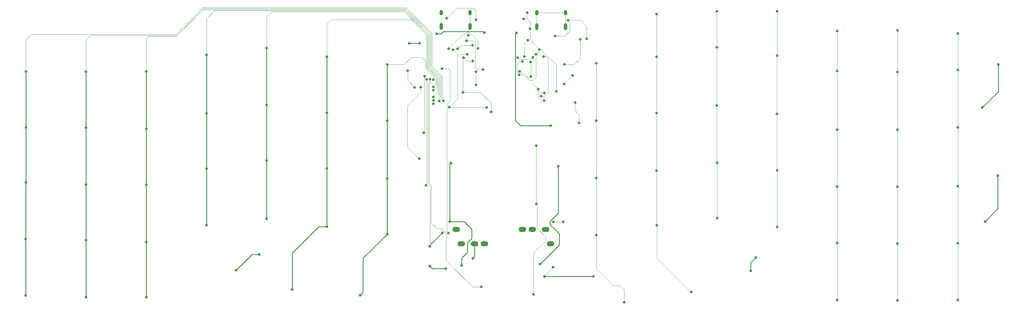
<source format=gbr>
%TF.GenerationSoftware,KiCad,Pcbnew,7.0.8*%
%TF.CreationDate,2025-08-29T19:51:39-04:00*%
%TF.ProjectId,Sango,53616e67-6f2e-46b6-9963-61645f706362,rev?*%
%TF.SameCoordinates,Original*%
%TF.FileFunction,Copper,L2,Bot*%
%TF.FilePolarity,Positive*%
%FSLAX46Y46*%
G04 Gerber Fmt 4.6, Leading zero omitted, Abs format (unit mm)*
G04 Created by KiCad (PCBNEW 7.0.8) date 2025-08-29 19:51:39*
%MOMM*%
%LPD*%
G01*
G04 APERTURE LIST*
%TA.AperFunction,ComponentPad*%
%ADD10O,2.300000X1.500000*%
%TD*%
%TA.AperFunction,ComponentPad*%
%ADD11O,1.000000X2.100000*%
%TD*%
%TA.AperFunction,ComponentPad*%
%ADD12O,1.000000X1.600000*%
%TD*%
%TA.AperFunction,ViaPad*%
%ADD13C,0.800000*%
%TD*%
%TA.AperFunction,Conductor*%
%ADD14C,0.250000*%
%TD*%
%TA.AperFunction,Conductor*%
%ADD15C,0.125000*%
%TD*%
G04 APERTURE END LIST*
D10*
%TO.P,J4,R1*%
%TO.N,GND_L*%
X219677500Y-264250000D03*
%TO.P,J4,R2*%
%TO.N,l_serial*%
X215677500Y-264250000D03*
%TO.P,J4,S*%
%TO.N,unconnected-(J4-PadS)*%
X214177500Y-259950000D03*
%TO.P,J4,T*%
%TO.N,+5V_L*%
X222677500Y-264250000D03*
%TD*%
D11*
%TO.P,J3,S1,SHIELD*%
%TO.N,Net-(J3-SHIELD)*%
X218325000Y-198874000D03*
D12*
X218325000Y-194694000D03*
D11*
X209685000Y-198874000D03*
D12*
X209685000Y-194694000D03*
%TD*%
D10*
%TO.P,J2,R1*%
%TO.N,GND*%
X237050000Y-259950000D03*
%TO.P,J2,R2*%
%TO.N,r_serial*%
X241050000Y-259950000D03*
%TO.P,J2,S*%
%TO.N,unconnected-(J2-PadS)*%
X242550000Y-264250000D03*
%TO.P,J2,T*%
%TO.N,+5V*%
X234050000Y-259950000D03*
%TD*%
D11*
%TO.P,J1,S1,SHIELD*%
%TO.N,Net-(J1-SHIELD)*%
X247045000Y-198905000D03*
D12*
X247045000Y-194725000D03*
D11*
X238405000Y-198905000D03*
D12*
X238405000Y-194725000D03*
%TD*%
D13*
%TO.N,+5V*%
X372260000Y-223250000D03*
X243290000Y-271290000D03*
X377050000Y-210230000D03*
X376920000Y-243780000D03*
X373070000Y-257560000D03*
X242580000Y-228690000D03*
X240680000Y-274070000D03*
X255370000Y-274080000D03*
X232290000Y-200800000D03*
%TO.N,GND*%
X238140000Y-207250000D03*
X236370000Y-199520000D03*
X244240000Y-218420000D03*
X234380000Y-196540000D03*
X235490000Y-194650000D03*
X302620000Y-272440000D03*
X247830000Y-196960000D03*
X243900000Y-201710000D03*
X304220000Y-268420000D03*
X244800000Y-240900000D03*
X239130000Y-205810000D03*
X239362544Y-270417456D03*
X233220000Y-212360000D03*
X253390000Y-202550000D03*
%TO.N,+3.3V*%
X233068000Y-213420000D03*
X246610000Y-216180000D03*
X238800000Y-217690000D03*
X240700000Y-218925000D03*
X234080000Y-209370000D03*
X249150000Y-213580000D03*
X240560000Y-221180000D03*
%TO.N,+1V1*%
X239690000Y-219805000D03*
X240450000Y-207915000D03*
%TO.N,r_row1*%
X251053600Y-227888800D03*
X249940000Y-221770000D03*
%TO.N,r_row3*%
X243350000Y-257680000D03*
X246380000Y-257690000D03*
%TO.N,l_row1*%
X204660000Y-213860000D03*
X204430000Y-230810000D03*
%TO.N,l_row2*%
X205322000Y-214764369D03*
X205090000Y-246710000D03*
%TO.N,l_row3*%
X209990000Y-260970000D03*
X206200000Y-265070000D03*
X206321351Y-214781764D03*
%TO.N,l_row4*%
X207320391Y-214812140D03*
X221730000Y-277260000D03*
%TO.N,l_QSPICS*%
X220710000Y-205400000D03*
X211860000Y-205540000D03*
%TO.N,r_col1*%
X256286000Y-261620000D03*
X264617200Y-281889200D03*
X256286000Y-227228400D03*
X256286000Y-244500400D03*
X256286000Y-209905600D03*
%TO.N,r_col2*%
X274370800Y-242265200D03*
X274472400Y-258673600D03*
X274370800Y-224891600D03*
X274350000Y-195100000D03*
X274350000Y-208000000D03*
X284784800Y-278790400D03*
%TO.N,r_col3*%
X292557200Y-239877600D03*
X292455600Y-222605600D03*
X292490000Y-194255500D03*
X292557200Y-256590800D03*
X292490000Y-205110000D03*
%TO.N,r_col4*%
X310591200Y-242163600D03*
X310580000Y-194230000D03*
X310540400Y-225145600D03*
X310580000Y-207680000D03*
X310591200Y-259232400D03*
%TO.N,r_col5*%
X328676000Y-247091200D03*
X328630000Y-212200000D03*
X328625200Y-264007600D03*
X328625200Y-229920800D03*
X328622299Y-200157701D03*
X328676000Y-281178000D03*
%TO.N,r_col6*%
X346760800Y-281330400D03*
X346790000Y-212570000D03*
X346760800Y-264160000D03*
X346760800Y-247091200D03*
X346790000Y-200040000D03*
X346760800Y-229870000D03*
%TO.N,r_col7*%
X364920000Y-200985500D03*
X364896400Y-264109200D03*
X364896400Y-229260400D03*
X364920000Y-211970000D03*
X364896400Y-281228800D03*
X364896400Y-246888000D03*
%TO.N,r_col0*%
X238225000Y-234696000D03*
X237337600Y-279501600D03*
X238252000Y-252222000D03*
%TO.N,l_col7*%
X210350000Y-221240000D03*
X84830000Y-279890000D03*
X84860000Y-212410000D03*
X84860000Y-229240000D03*
X84860000Y-245810000D03*
X84850000Y-262820000D03*
%TO.N,l_col6*%
X102930000Y-280330000D03*
X102930000Y-263200000D03*
X102920000Y-212430000D03*
X102920000Y-246460000D03*
X209090000Y-221260000D03*
X102920000Y-229290000D03*
%TO.N,l_col5*%
X121020000Y-246520000D03*
X121020000Y-263750000D03*
X121020000Y-280400000D03*
X121020000Y-229680000D03*
X207308352Y-222109003D03*
X121020000Y-212410000D03*
%TO.N,l_col4*%
X139130000Y-224960000D03*
X139130000Y-258660000D03*
X207308301Y-221109501D03*
X139130000Y-241660000D03*
X139130000Y-207430000D03*
%TO.N,l_col3*%
X157220000Y-256720000D03*
X207310000Y-220110000D03*
X157230000Y-205350000D03*
X157220000Y-222460000D03*
X157220000Y-239250000D03*
%TO.N,l_col2*%
X164920000Y-278050000D03*
X175320000Y-241620000D03*
X207308351Y-218049006D03*
X175320000Y-224870000D03*
X175320000Y-208010000D03*
X175320000Y-259100000D03*
%TO.N,l_col1*%
X207308351Y-217049503D03*
X193410000Y-244680000D03*
X193410000Y-261370000D03*
X185320000Y-279770000D03*
X193410000Y-210300000D03*
X193410000Y-227190000D03*
%TO.N,l_col0*%
X215750000Y-270800000D03*
X203510000Y-217090000D03*
X212190000Y-257560000D03*
X212560000Y-239960000D03*
X203110000Y-238660000D03*
%TO.N,r_RESET*%
X237210000Y-208160000D03*
X232648000Y-208270000D03*
%TO.N,r_D-*%
X236530000Y-209480000D03*
X236650000Y-213870000D03*
%TO.N,r_D+*%
X235680000Y-202960000D03*
X234630000Y-207920000D03*
%TO.N,Net-(U2-GPIO10)*%
X246720000Y-210295000D03*
X251400000Y-202700000D03*
%TO.N,Net-(U4-GPIO10)*%
X201690000Y-217170000D03*
X199600000Y-212110000D03*
%TO.N,l_serial*%
X211830000Y-261030000D03*
X209940000Y-211560000D03*
%TO.N,+3.3V_L*%
X214640000Y-205510000D03*
X220140000Y-216480000D03*
X219100000Y-204470000D03*
X220140000Y-212510000D03*
%TO.N,GND_L*%
X148070000Y-272210000D03*
X219180000Y-268680000D03*
X220140000Y-196770000D03*
X211280000Y-196420000D03*
X212050000Y-223160000D03*
X213260000Y-205850000D03*
X206180000Y-270990000D03*
X211030000Y-271760000D03*
X223320000Y-223200000D03*
X217470000Y-207230000D03*
X154990000Y-267480000D03*
%TO.N,+1V1_L*%
X224640000Y-224600000D03*
X216400000Y-208220000D03*
X219150000Y-209250000D03*
X216180000Y-218653000D03*
%TO.N,VBUS_L*%
X217830000Y-201440000D03*
X222250000Y-211760000D03*
X217270000Y-203140000D03*
%TO.N,+5V_L*%
X200000000Y-203930000D03*
X222650000Y-200740000D03*
X208360000Y-201040000D03*
X203160000Y-203930000D03*
%TD*%
D14*
%TO.N,+5V*%
X231923000Y-201167000D02*
X232290000Y-200800000D01*
X240680000Y-274070000D02*
X255360000Y-274070000D01*
X372260000Y-223250000D02*
X377050000Y-218460000D01*
X233490000Y-228690000D02*
X231923000Y-227123000D01*
X376920000Y-243780000D02*
X376920000Y-253710000D01*
X255360000Y-274070000D02*
X255370000Y-274080000D01*
D15*
X240680000Y-273900000D02*
X240680000Y-274070000D01*
D14*
X376920000Y-253710000D02*
X373070000Y-257560000D01*
X231923000Y-227123000D02*
X231923000Y-201167000D01*
X242580000Y-228690000D02*
X233490000Y-228690000D01*
D15*
X243290000Y-271290000D02*
X240680000Y-273900000D01*
D14*
X377050000Y-218460000D02*
X377050000Y-210230000D01*
D15*
%TO.N,GND*%
X244240000Y-218420000D02*
X244240000Y-210375380D01*
D14*
X245190000Y-261280000D02*
X245190000Y-264650000D01*
D15*
X244240000Y-210375380D02*
X239674620Y-205810000D01*
X234427119Y-212857500D02*
X233717500Y-212857500D01*
X233717500Y-212857500D02*
X233220000Y-212360000D01*
X239130000Y-205810000D02*
X239130000Y-205643083D01*
D14*
X244800000Y-255084695D02*
X242390000Y-257494695D01*
X242390000Y-257494695D02*
X242390000Y-258480000D01*
D15*
X248340000Y-200130000D02*
X248340000Y-197470000D01*
X247830000Y-196960000D02*
X251600000Y-196960000D01*
X238140000Y-207250000D02*
X238140000Y-214280000D01*
X239130000Y-206260000D02*
X239130000Y-205810000D01*
X239674620Y-205810000D02*
X239130000Y-205810000D01*
X246760000Y-201710000D02*
X248340000Y-200130000D01*
D14*
X245190000Y-264650000D02*
X239422544Y-270417456D01*
X304220000Y-268420000D02*
X302620000Y-270020000D01*
X242390000Y-258480000D02*
X245190000Y-261280000D01*
D15*
X236659620Y-215090000D02*
X234427119Y-212857500D01*
X235490000Y-194650000D02*
X235490000Y-196540000D01*
X237330000Y-215090000D02*
X236659620Y-215090000D01*
X238140000Y-207250000D02*
X239130000Y-206260000D01*
X248340000Y-197470000D02*
X247830000Y-196960000D01*
D14*
X239422544Y-270417456D02*
X239362544Y-270417456D01*
D15*
X234380000Y-196540000D02*
X235490000Y-196540000D01*
D14*
X302620000Y-270020000D02*
X302620000Y-272440000D01*
X244800000Y-240900000D02*
X244800000Y-255084695D01*
D15*
X243900000Y-201710000D02*
X246760000Y-201710000D01*
X235490000Y-196540000D02*
X236360000Y-197410000D01*
X239130000Y-205643083D02*
X237188459Y-203701541D01*
X236360000Y-202873083D02*
X236360000Y-197410000D01*
X237188459Y-203701541D02*
X236360000Y-202873083D01*
X253390000Y-198750000D02*
X253390000Y-202550000D01*
X238140000Y-214280000D02*
X237330000Y-215090000D01*
X251600000Y-196960000D02*
X253390000Y-198750000D01*
%TO.N,+3.3V*%
X240700000Y-218925000D02*
X239630000Y-218925000D01*
X238800000Y-217690000D02*
X238800000Y-220350000D01*
X238800000Y-220350000D02*
X239630000Y-221180000D01*
X249150000Y-213580000D02*
X249190000Y-213590000D01*
X249190000Y-213600000D02*
X249150000Y-213580000D01*
X239630000Y-221180000D02*
X240560000Y-221180000D01*
X232557500Y-212909500D02*
X233068000Y-213420000D01*
X234530000Y-213420000D02*
X238800000Y-217690000D01*
X246610000Y-216180000D02*
X249190000Y-213600000D01*
X233230000Y-209370000D02*
X232557500Y-210042500D01*
X233230000Y-209370000D02*
X234080000Y-209370000D01*
X233068000Y-213420000D02*
X234530000Y-213420000D01*
X232557500Y-210042500D02*
X232557500Y-212909500D01*
X239630000Y-218925000D02*
X238800000Y-218095000D01*
X238800000Y-218095000D02*
X238800000Y-217690000D01*
%TO.N,+1V1*%
X240450000Y-207915000D02*
X241320000Y-207915000D01*
X240835000Y-219730000D02*
X240820000Y-219730000D01*
X240745000Y-219805000D02*
X239690000Y-219805000D01*
X240820000Y-219730000D02*
X240745000Y-219805000D01*
X241770000Y-218795000D02*
X241770000Y-208365000D01*
X241770000Y-218795000D02*
X240835000Y-219730000D01*
X241320000Y-207915000D02*
X241770000Y-208365000D01*
%TO.N,r_row1*%
X249940000Y-221770000D02*
X249940000Y-224230000D01*
X251053600Y-225343600D02*
X251053600Y-227888800D01*
X249940000Y-224230000D02*
X250475000Y-224765000D01*
X250475000Y-224765000D02*
X251053600Y-225343600D01*
%TO.N,r_row3*%
X243350000Y-257680000D02*
X246370000Y-257680000D01*
X246370000Y-257680000D02*
X246380000Y-257690000D01*
%TO.N,l_row1*%
X204660000Y-213860000D02*
X204660000Y-230580000D01*
X204660000Y-230580000D02*
X204430000Y-230810000D01*
%TO.N,l_row2*%
X205322000Y-214764369D02*
X205322000Y-246478000D01*
X205322000Y-246478000D02*
X205090000Y-246710000D01*
%TO.N,l_row3*%
X205740000Y-246368649D02*
X206321351Y-246950000D01*
D14*
X206680000Y-264280000D02*
X206200000Y-264760000D01*
X206200000Y-264760000D02*
X206200000Y-265070000D01*
D15*
X206321351Y-215308649D02*
X205740000Y-215890000D01*
X206321351Y-246950000D02*
X206321351Y-263921351D01*
X206321351Y-214781764D02*
X206321351Y-215308649D01*
D14*
X209990000Y-260970000D02*
X206680000Y-264280000D01*
D15*
X205740000Y-215890000D02*
X205740000Y-246368649D01*
X206321351Y-263921351D02*
X206680000Y-264280000D01*
%TO.N,l_row4*%
X208380000Y-259830000D02*
X209970000Y-259830000D01*
X206646351Y-258096351D02*
X208380000Y-259830000D01*
X206065000Y-216065000D02*
X206065000Y-246058649D01*
X206646351Y-215486180D02*
X206643820Y-215486180D01*
X211167500Y-261027500D02*
X211167500Y-269357500D01*
X209970000Y-259830000D02*
X211167500Y-261027500D01*
X211167500Y-269357500D02*
X219070000Y-277260000D01*
X206065000Y-246058649D02*
X206646351Y-246640000D01*
X206646351Y-246640000D02*
X206646351Y-258096351D01*
X206643820Y-215486180D02*
X206065000Y-216065000D01*
X207320391Y-214812140D02*
X206646351Y-215486180D01*
X219070000Y-277260000D02*
X221730000Y-277260000D01*
%TO.N,Net-(J1-SHIELD)*%
X238405000Y-198905000D02*
X238405000Y-194725000D01*
X247045000Y-194725000D02*
X247045000Y-198905000D01*
X238405000Y-194725000D02*
X247045000Y-194725000D01*
%TO.N,Net-(J3-SHIELD)*%
X209685000Y-194694000D02*
X209685000Y-198874000D01*
X218325000Y-198874000D02*
X218325000Y-194694000D01*
%TO.N,l_QSPICS*%
X218307500Y-200777500D02*
X216622500Y-200777500D01*
X220710000Y-205400000D02*
X220710000Y-203180000D01*
X216622500Y-200777500D02*
X211860000Y-205540000D01*
X220710000Y-203180000D02*
X218307500Y-200777500D01*
%TO.N,r_col1*%
X263448800Y-276809200D02*
X264617200Y-277977600D01*
X261351063Y-276809200D02*
X263448800Y-276809200D01*
X256286000Y-271744137D02*
X261351063Y-276809200D01*
X256286000Y-261620000D02*
X256286000Y-271744137D01*
X256286000Y-227228400D02*
X256286000Y-244500400D01*
X264617200Y-277977600D02*
X264617200Y-281889200D01*
X256286000Y-244500400D02*
X256286000Y-261620000D01*
X256286000Y-209905600D02*
X256286000Y-227228400D01*
%TO.N,r_col2*%
X274350000Y-208000000D02*
X274350000Y-224870800D01*
X274370800Y-242265200D02*
X274370800Y-258572000D01*
X274350000Y-195100000D02*
X274350000Y-208000000D01*
X274472400Y-258673600D02*
X274472400Y-268515330D01*
X284747470Y-278790400D02*
X284784800Y-278790400D01*
X274472400Y-268515330D02*
X284747470Y-278790400D01*
X274350000Y-224870800D02*
X274370800Y-224891600D01*
X274370800Y-224891600D02*
X274370800Y-242265200D01*
X274370800Y-258572000D02*
X274472400Y-258673600D01*
%TO.N,r_col3*%
X292490000Y-205110000D02*
X292490000Y-222571200D01*
X292557200Y-239877600D02*
X292557200Y-256590800D01*
X292490000Y-222571200D02*
X292455600Y-222605600D01*
X292455600Y-239776000D02*
X292557200Y-239877600D01*
X292490000Y-205110000D02*
X292490000Y-194255500D01*
X292455600Y-222605600D02*
X292455600Y-239776000D01*
%TO.N,r_col4*%
X310540400Y-207719600D02*
X310540400Y-225145600D01*
X310540400Y-225145600D02*
X310540400Y-242112800D01*
X310540400Y-242112800D02*
X310591200Y-242163600D01*
X310591200Y-242163600D02*
X310591200Y-259232400D01*
X310580000Y-194230000D02*
X310580000Y-207680000D01*
X310580000Y-207680000D02*
X310540400Y-207719600D01*
%TO.N,r_col5*%
X328676000Y-263956800D02*
X328625200Y-264007600D01*
X328630000Y-212200000D02*
X328630000Y-200165402D01*
X328630000Y-200165402D02*
X328622299Y-200157701D01*
X328625200Y-229920800D02*
X328625200Y-247040400D01*
X328625200Y-247040400D02*
X328676000Y-247091200D01*
X328625200Y-264007600D02*
X328625200Y-281127200D01*
X328625200Y-281127200D02*
X328676000Y-281178000D01*
X328630000Y-212200000D02*
X328630000Y-229916000D01*
X328676000Y-247091200D02*
X328676000Y-263956800D01*
X328630000Y-229916000D02*
X328625200Y-229920800D01*
%TO.N,r_col6*%
X346760800Y-229870000D02*
X346760800Y-247091200D01*
X346760800Y-247091200D02*
X346760800Y-264160000D01*
X346790000Y-229840800D02*
X346760800Y-229870000D01*
X346790000Y-200040000D02*
X346790000Y-212570000D01*
X346790000Y-212570000D02*
X346790000Y-229840800D01*
X346760800Y-264160000D02*
X346760800Y-281330400D01*
%TO.N,r_col7*%
X364896400Y-264109200D02*
X364896400Y-281228800D01*
X364920000Y-211970000D02*
X364920000Y-200985500D01*
X364920000Y-229236800D02*
X364896400Y-229260400D01*
X364896400Y-229260400D02*
X364896400Y-246888000D01*
X364920000Y-211970000D02*
X364920000Y-229236800D01*
X364896400Y-246888000D02*
X364896400Y-264109200D01*
%TO.N,r_col0*%
X238252000Y-252222000D02*
X238461231Y-252431231D01*
X241046000Y-263398000D02*
X240334800Y-264109200D01*
X238461231Y-252431231D02*
X238461231Y-259543231D01*
X237337600Y-267106400D02*
X237337600Y-279501600D01*
X238461231Y-259543231D02*
X241046000Y-262128000D01*
X238225000Y-234696000D02*
X238225000Y-252195000D01*
X241046000Y-262128000D02*
X241046000Y-263398000D01*
X240334800Y-264109200D02*
X237337600Y-267106400D01*
X238225000Y-252195000D02*
X238252000Y-252222000D01*
%TO.N,l_col7*%
X84860000Y-202870000D02*
X84860000Y-212410000D01*
X129790760Y-201190000D02*
X86540000Y-201190000D01*
X206879998Y-200851900D02*
X199188094Y-193160000D01*
X209932890Y-213705171D02*
X206880000Y-210652282D01*
X210350000Y-221240000D02*
X209932891Y-220822891D01*
D14*
X84830000Y-262840000D02*
X84850000Y-262820000D01*
X84850000Y-262820000D02*
X84850000Y-245820000D01*
D15*
X199188094Y-193160000D02*
X137820760Y-193160000D01*
D14*
X84830000Y-279890000D02*
X84830000Y-262840000D01*
D15*
X206880000Y-210652282D02*
X206879998Y-200851900D01*
X209932891Y-220822891D02*
X209932890Y-213705171D01*
X137820760Y-193160000D02*
X129790760Y-201190000D01*
D14*
X84860000Y-229240000D02*
X84860000Y-212410000D01*
D15*
X86540000Y-201190000D02*
X84860000Y-202870000D01*
D14*
X84860000Y-245810000D02*
X84860000Y-229240000D01*
X84850000Y-245820000D02*
X84860000Y-245810000D01*
D15*
%TO.N,l_col6*%
X137955380Y-193485000D02*
X129925380Y-201515000D01*
D14*
X102930000Y-280330000D02*
X102930000Y-263200000D01*
X102920000Y-246460000D02*
X102920000Y-229290000D01*
X102930000Y-246470000D02*
X102920000Y-246460000D01*
D15*
X209607890Y-213839791D02*
X206555000Y-210786902D01*
X129925380Y-201515000D02*
X104205000Y-201515000D01*
X206554998Y-200986520D02*
X199053475Y-193485000D01*
X102920000Y-202800000D02*
X102920000Y-212430000D01*
D14*
X102920000Y-229290000D02*
X102920000Y-212430000D01*
X102930000Y-263200000D02*
X102930000Y-246470000D01*
D15*
X209607891Y-220742109D02*
X209607890Y-213839791D01*
X206555000Y-210786902D02*
X206554998Y-200986520D01*
X209090000Y-221260000D02*
X209607891Y-220742109D01*
X199053475Y-193485000D02*
X137955380Y-193485000D01*
X104205000Y-201515000D02*
X102920000Y-202800000D01*
D14*
%TO.N,l_col5*%
X121020000Y-229680000D02*
X121020000Y-212410000D01*
D15*
X130060000Y-201840000D02*
X121760000Y-201840000D01*
X121020000Y-202580000D02*
X121020000Y-212410000D01*
X209282890Y-213974411D02*
X206230000Y-210921522D01*
X206230000Y-210921522D02*
X206229999Y-201121140D01*
D14*
X121020000Y-263750000D02*
X121020000Y-246520000D01*
D15*
X207308352Y-222109003D02*
X207308352Y-222046367D01*
D14*
X121020000Y-280400000D02*
X121020000Y-263750000D01*
D15*
X138090000Y-193810000D02*
X130060000Y-201840000D01*
X207308352Y-222046367D02*
X209282891Y-220071828D01*
X209282891Y-220071828D02*
X209282890Y-213974411D01*
X198918856Y-193810000D02*
X138090000Y-193810000D01*
D14*
X121020000Y-246520000D02*
X121020000Y-229680000D01*
D15*
X121760000Y-201840000D02*
X121020000Y-202580000D01*
X206229999Y-201121140D02*
X198918856Y-193810000D01*
%TO.N,l_col4*%
X139130000Y-196430000D02*
X139130000Y-207430000D01*
X205905000Y-211056142D02*
X205904999Y-201255760D01*
X208957890Y-214109031D02*
X205905000Y-211056142D01*
D14*
X139130000Y-258660000D02*
X139130000Y-241660000D01*
D15*
X205904999Y-201255760D02*
X198784237Y-194135000D01*
D14*
X139130000Y-241660000D02*
X139130000Y-224960000D01*
D15*
X141425000Y-194135000D02*
X139130000Y-196430000D01*
X207308301Y-221109501D02*
X207308301Y-221048616D01*
X207308301Y-221048616D02*
X208957891Y-219399026D01*
X198784237Y-194135000D02*
X141425000Y-194135000D01*
X208957891Y-219399026D02*
X208957890Y-214109031D01*
D14*
X139130000Y-224960000D02*
X139130000Y-207430000D01*
D15*
%TO.N,l_col3*%
X205580000Y-201390380D02*
X205389619Y-201200000D01*
X205854619Y-211465381D02*
X205580000Y-211190762D01*
X202759809Y-198570191D02*
X198649618Y-194460000D01*
X208632890Y-214243651D02*
X205854619Y-211465381D01*
D14*
X157220000Y-205360000D02*
X157230000Y-205350000D01*
X157220000Y-239250000D02*
X157220000Y-222460000D01*
D15*
X208632891Y-218787109D02*
X208632891Y-215900000D01*
X208632891Y-215900000D02*
X208632890Y-214243651D01*
X207310000Y-220110000D02*
X208632891Y-218787109D01*
X202939619Y-198750000D02*
X202759809Y-198570191D01*
D14*
X157220000Y-222460000D02*
X157220000Y-205360000D01*
D15*
X198649618Y-194460000D02*
X158730000Y-194460000D01*
X205580000Y-211190762D02*
X205580000Y-205440000D01*
X157230000Y-195960000D02*
X157230000Y-205350000D01*
X205389619Y-201200000D02*
X202939619Y-198750000D01*
X205580000Y-205440000D02*
X205580000Y-201390380D01*
D14*
X157220000Y-256720000D02*
X157220000Y-239250000D01*
D15*
X158730000Y-194460000D02*
X157230000Y-195960000D01*
D14*
%TO.N,l_col2*%
X175320000Y-224870000D02*
X175320000Y-208010000D01*
X172900000Y-259100000D02*
X175320000Y-259100000D01*
X175320000Y-259100000D02*
X175320000Y-241620000D01*
D15*
X176500000Y-196790000D02*
X175320000Y-197970000D01*
X200520000Y-196790000D02*
X176500000Y-196790000D01*
X175320000Y-197970000D02*
X175320000Y-208010000D01*
X205255000Y-211325381D02*
X205255000Y-201525000D01*
X205255000Y-201525000D02*
X200520000Y-196790000D01*
X208307891Y-214378271D02*
X205255000Y-211325381D01*
X208307891Y-217049466D02*
X208307891Y-214378271D01*
D14*
X164920000Y-267080000D02*
X172900000Y-259100000D01*
D15*
X207308351Y-218049006D02*
X208307891Y-217049466D01*
D14*
X164920000Y-278050000D02*
X164920000Y-267080000D01*
X175320000Y-241620000D02*
X175320000Y-224870000D01*
%TO.N,l_col1*%
X186150000Y-268630000D02*
X193410000Y-261370000D01*
D15*
X200700000Y-208120000D02*
X198520000Y-210300000D01*
D14*
X186150000Y-278940000D02*
X186150000Y-268630000D01*
D15*
X204930000Y-209170000D02*
X203880000Y-208120000D01*
X198520000Y-210300000D02*
X193410000Y-210300000D01*
D14*
X193410000Y-261370000D02*
X193410000Y-244680000D01*
X185320000Y-279770000D02*
X186150000Y-278940000D01*
D15*
X204930000Y-211460000D02*
X204930000Y-209170000D01*
D14*
X193410000Y-227190000D02*
X193410000Y-210300000D01*
D15*
X207982891Y-216374963D02*
X207982891Y-214512891D01*
X207982891Y-214512891D02*
X204930000Y-211460000D01*
X207308351Y-217049503D02*
X207982891Y-216374963D01*
D14*
X193410000Y-244680000D02*
X193410000Y-227190000D01*
D15*
X203880000Y-208120000D02*
X200700000Y-208120000D01*
%TO.N,l_col0*%
X199540000Y-235090000D02*
X203110000Y-238660000D01*
D14*
X212190000Y-257560000D02*
X212190000Y-240330000D01*
D15*
X199540000Y-222590000D02*
X199540000Y-231550000D01*
D14*
X218820000Y-261590000D02*
X218820000Y-259850000D01*
X218820000Y-259850000D02*
X217320000Y-258350000D01*
X212190000Y-240330000D02*
X212560000Y-239960000D01*
X217530000Y-266790000D02*
X217530000Y-263950000D01*
X217530000Y-263940000D02*
X218580000Y-262890000D01*
X215750000Y-268570000D02*
X217530000Y-266790000D01*
X217320000Y-258350000D02*
X216530000Y-257560000D01*
D15*
X203510000Y-217090000D02*
X203510000Y-218620000D01*
D14*
X216530000Y-257560000D02*
X212190000Y-257560000D01*
X218580000Y-262890000D02*
X218820000Y-262650000D01*
D15*
X200345000Y-221785000D02*
X199540000Y-222590000D01*
X199540000Y-231550000D02*
X199540000Y-235090000D01*
X203510000Y-218620000D02*
X200345000Y-221785000D01*
D14*
X215750000Y-270800000D02*
X215750000Y-268570000D01*
X217530000Y-263950000D02*
X217530000Y-263940000D01*
X218820000Y-262650000D02*
X218820000Y-261590000D01*
D15*
%TO.N,r_RESET*%
X236740000Y-208630000D02*
X233980000Y-208630000D01*
X233008000Y-208630000D02*
X232648000Y-208270000D01*
X233980000Y-208630000D02*
X233008000Y-208630000D01*
X237210000Y-208160000D02*
X236740000Y-208630000D01*
%TO.N,r_D-*%
X236650000Y-213870000D02*
X236650000Y-209600000D01*
X236650000Y-209600000D02*
X236530000Y-209480000D01*
%TO.N,r_D+*%
X234630000Y-207920000D02*
X234630000Y-204010000D01*
X234630000Y-204010000D02*
X235680000Y-202960000D01*
%TO.N,Net-(U2-GPIO10)*%
X249610000Y-210295000D02*
X251400000Y-208505000D01*
X251400000Y-208505000D02*
X251400000Y-202700000D01*
X246720000Y-210295000D02*
X249610000Y-210295000D01*
%TO.N,Net-(U4-GPIO10)*%
X199600000Y-215080000D02*
X199600000Y-212110000D01*
X201690000Y-217170000D02*
X199600000Y-215080000D01*
%TO.N,l_serial*%
X212340000Y-212020000D02*
X211880000Y-211560000D01*
X211387500Y-260587500D02*
X211387500Y-222212500D01*
X211880000Y-211560000D02*
X209940000Y-211560000D01*
X211387500Y-222212500D02*
X212340000Y-221260000D01*
X212340000Y-221260000D02*
X212340000Y-212020000D01*
X211830000Y-261030000D02*
X211387500Y-260587500D01*
%TO.N,+3.3V_L*%
X219100000Y-204470000D02*
X215680000Y-204470000D01*
X220140000Y-216480000D02*
X220140000Y-212510000D01*
X215680000Y-204470000D02*
X214640000Y-205510000D01*
%TO.N,GND_L*%
X223320000Y-223200000D02*
X212090000Y-223200000D01*
X217470000Y-207230000D02*
X214640000Y-207230000D01*
D14*
X219677500Y-268182500D02*
X219180000Y-268680000D01*
X206950000Y-271760000D02*
X206180000Y-270990000D01*
D15*
X220140000Y-193970000D02*
X219500000Y-193330000D01*
X214640000Y-220570000D02*
X214640000Y-207230000D01*
X214370000Y-193330000D02*
X211280000Y-196420000D01*
X212090000Y-223200000D02*
X212050000Y-223160000D01*
X214640000Y-207230000D02*
X213260000Y-205850000D01*
X219500000Y-193330000D02*
X214370000Y-193330000D01*
D14*
X152810000Y-267470000D02*
X154980000Y-267470000D01*
X148070000Y-272210000D02*
X152810000Y-267470000D01*
X219677500Y-264250000D02*
X219677500Y-268182500D01*
D15*
X212050000Y-223160000D02*
X214640000Y-220570000D01*
D14*
X211030000Y-271760000D02*
X206950000Y-271760000D01*
D15*
X220140000Y-196770000D02*
X220140000Y-193970000D01*
%TO.N,+1V1_L*%
X217430000Y-209250000D02*
X219150000Y-209250000D01*
X221403000Y-218653000D02*
X216180000Y-218653000D01*
X216180000Y-218653000D02*
X216180000Y-208440000D01*
X216400000Y-208220000D02*
X217430000Y-209250000D01*
X224640000Y-221890000D02*
X221403000Y-218653000D01*
X224640000Y-224600000D02*
X224640000Y-221890000D01*
X216180000Y-208440000D02*
X216400000Y-208220000D01*
%TO.N,VBUS_L*%
X217830000Y-201440000D02*
X217270000Y-202000000D01*
X219500000Y-203140000D02*
X217270000Y-203140000D01*
X222250000Y-211760000D02*
X220480000Y-211760000D01*
X219812500Y-203452500D02*
X219500000Y-203140000D01*
X217270000Y-202000000D02*
X217270000Y-203140000D01*
X220480000Y-211760000D02*
X219812500Y-211092500D01*
X219812500Y-211092500D02*
X219812500Y-203452500D01*
D14*
%TO.N,+5V_L*%
X222300000Y-200390000D02*
X222650000Y-200740000D01*
X200000000Y-203930000D02*
X203160000Y-203930000D01*
X208360000Y-201040000D02*
X209620000Y-201040000D01*
X210270000Y-200390000D02*
X222300000Y-200390000D01*
X209620000Y-201040000D02*
X210270000Y-200390000D01*
%TD*%
M02*

</source>
